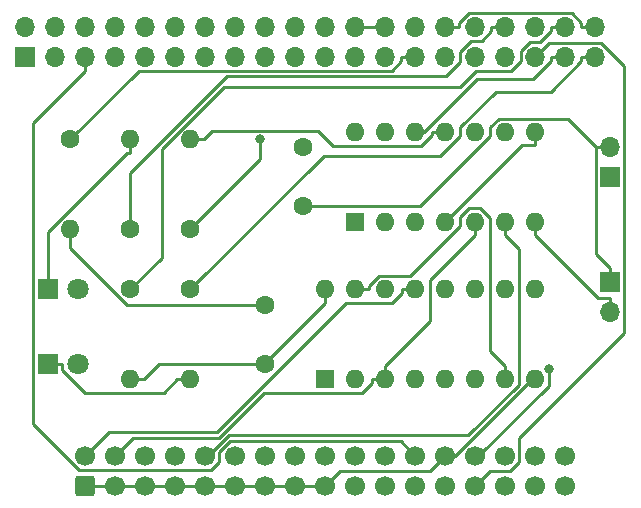
<source format=gbr>
G04 #@! TF.GenerationSoftware,KiCad,Pcbnew,(6.0.6)*
G04 #@! TF.CreationDate,2022-08-31T17:59:28+02:00*
G04 #@! TF.ProjectId,PC128S_IDE,50433132-3853-45f4-9944-452e6b696361,rev?*
G04 #@! TF.SameCoordinates,Original*
G04 #@! TF.FileFunction,Copper,L1,Top*
G04 #@! TF.FilePolarity,Positive*
%FSLAX46Y46*%
G04 Gerber Fmt 4.6, Leading zero omitted, Abs format (unit mm)*
G04 Created by KiCad (PCBNEW (6.0.6)) date 2022-08-31 17:59:28*
%MOMM*%
%LPD*%
G01*
G04 APERTURE LIST*
G04 Aperture macros list*
%AMRoundRect*
0 Rectangle with rounded corners*
0 $1 Rounding radius*
0 $2 $3 $4 $5 $6 $7 $8 $9 X,Y pos of 4 corners*
0 Add a 4 corners polygon primitive as box body*
4,1,4,$2,$3,$4,$5,$6,$7,$8,$9,$2,$3,0*
0 Add four circle primitives for the rounded corners*
1,1,$1+$1,$2,$3*
1,1,$1+$1,$4,$5*
1,1,$1+$1,$6,$7*
1,1,$1+$1,$8,$9*
0 Add four rect primitives between the rounded corners*
20,1,$1+$1,$2,$3,$4,$5,0*
20,1,$1+$1,$4,$5,$6,$7,0*
20,1,$1+$1,$6,$7,$8,$9,0*
20,1,$1+$1,$8,$9,$2,$3,0*%
G04 Aperture macros list end*
G04 #@! TA.AperFunction,ComponentPad*
%ADD10RoundRect,0.250000X0.600000X-0.600000X0.600000X0.600000X-0.600000X0.600000X-0.600000X-0.600000X0*%
G04 #@! TD*
G04 #@! TA.AperFunction,ComponentPad*
%ADD11C,1.700000*%
G04 #@! TD*
G04 #@! TA.AperFunction,ComponentPad*
%ADD12R,1.800000X1.800000*%
G04 #@! TD*
G04 #@! TA.AperFunction,ComponentPad*
%ADD13C,1.800000*%
G04 #@! TD*
G04 #@! TA.AperFunction,ComponentPad*
%ADD14R,1.700000X1.700000*%
G04 #@! TD*
G04 #@! TA.AperFunction,ComponentPad*
%ADD15O,1.700000X1.700000*%
G04 #@! TD*
G04 #@! TA.AperFunction,ComponentPad*
%ADD16C,1.600000*%
G04 #@! TD*
G04 #@! TA.AperFunction,ComponentPad*
%ADD17O,1.600000X1.600000*%
G04 #@! TD*
G04 #@! TA.AperFunction,ComponentPad*
%ADD18R,1.600000X1.600000*%
G04 #@! TD*
G04 #@! TA.AperFunction,ViaPad*
%ADD19C,0.800000*%
G04 #@! TD*
G04 #@! TA.AperFunction,Conductor*
%ADD20C,0.250000*%
G04 #@! TD*
G04 APERTURE END LIST*
D10*
X169545000Y-118227500D03*
D11*
X169545000Y-115687500D03*
X172085000Y-118227500D03*
X172085000Y-115687500D03*
X174625000Y-118227500D03*
X174625000Y-115687500D03*
X177165000Y-118227500D03*
X177165000Y-115687500D03*
X179705000Y-118227500D03*
X179705000Y-115687500D03*
X182245000Y-118227500D03*
X182245000Y-115687500D03*
X184785000Y-118227500D03*
X184785000Y-115687500D03*
X187325000Y-118227500D03*
X187325000Y-115687500D03*
X189865000Y-118227500D03*
X189865000Y-115687500D03*
X192405000Y-118227500D03*
X192405000Y-115687500D03*
X194945000Y-118227500D03*
X194945000Y-115687500D03*
X197485000Y-118227500D03*
X197485000Y-115687500D03*
X200025000Y-118227500D03*
X200025000Y-115687500D03*
X202565000Y-118227500D03*
X202565000Y-115687500D03*
X205105000Y-118227500D03*
X205105000Y-115687500D03*
X207645000Y-118227500D03*
X207645000Y-115687500D03*
X210185000Y-118227500D03*
X210185000Y-115687500D03*
D12*
X166370000Y-101600000D03*
D13*
X168910000Y-101600000D03*
D12*
X166365000Y-107950000D03*
D13*
X168905000Y-107950000D03*
D14*
X213995000Y-100965000D03*
D15*
X213995000Y-103505000D03*
D16*
X173355000Y-96520000D03*
D17*
X173355000Y-88900000D03*
D14*
X213970000Y-92055000D03*
D15*
X213970000Y-89515000D03*
D18*
X192400000Y-95875000D03*
D17*
X194940000Y-95875000D03*
X197480000Y-95875000D03*
X200020000Y-95875000D03*
X202560000Y-95875000D03*
X205100000Y-95875000D03*
X207640000Y-95875000D03*
X207640000Y-88255000D03*
X205100000Y-88255000D03*
X202560000Y-88255000D03*
X200020000Y-88255000D03*
X197480000Y-88255000D03*
X194940000Y-88255000D03*
X192400000Y-88255000D03*
D16*
X187960000Y-94575000D03*
X187960000Y-89575000D03*
X168275000Y-88900000D03*
D17*
X168275000Y-96520000D03*
D18*
X189880000Y-109210000D03*
D17*
X192420000Y-109210000D03*
X194960000Y-109210000D03*
X197500000Y-109210000D03*
X200040000Y-109210000D03*
X202580000Y-109210000D03*
X205120000Y-109210000D03*
X207660000Y-109210000D03*
X207660000Y-101590000D03*
X205120000Y-101590000D03*
X202580000Y-101590000D03*
X200040000Y-101590000D03*
X197500000Y-101590000D03*
X194960000Y-101590000D03*
X192420000Y-101590000D03*
X189880000Y-101590000D03*
D16*
X184785000Y-107910000D03*
X184785000Y-102910000D03*
D14*
X164470000Y-81920000D03*
D15*
X164470000Y-79380000D03*
X167010000Y-81920000D03*
X167010000Y-79380000D03*
X169550000Y-81920000D03*
X169550000Y-79380000D03*
X172090000Y-81920000D03*
X172090000Y-79380000D03*
X174630000Y-81920000D03*
X174630000Y-79380000D03*
X177170000Y-81920000D03*
X177170000Y-79380000D03*
X179710000Y-81920000D03*
X179710000Y-79380000D03*
X182250000Y-81920000D03*
X182250000Y-79380000D03*
X184790000Y-81920000D03*
X184790000Y-79380000D03*
X187330000Y-81920000D03*
X187330000Y-79380000D03*
X189870000Y-81920000D03*
X189870000Y-79380000D03*
X192410000Y-81920000D03*
X192410000Y-79380000D03*
X194950000Y-81920000D03*
X194950000Y-79380000D03*
X197490000Y-81920000D03*
X197490000Y-79380000D03*
X200030000Y-81920000D03*
X200030000Y-79380000D03*
X202570000Y-81920000D03*
X202570000Y-79380000D03*
X205110000Y-81920000D03*
X205110000Y-79380000D03*
X207650000Y-81920000D03*
X207650000Y-79380000D03*
X210190000Y-81920000D03*
X210190000Y-79380000D03*
X212730000Y-81920000D03*
X212730000Y-79380000D03*
D16*
X173355000Y-101600000D03*
D17*
X173355000Y-109220000D03*
D16*
X178435000Y-96520000D03*
D17*
X178435000Y-88900000D03*
D16*
X178435000Y-101600000D03*
D17*
X178435000Y-109220000D03*
D19*
X184358100Y-88898100D03*
X208793000Y-108338700D03*
D20*
X203850000Y-106814900D02*
X205120000Y-108084900D01*
X203850000Y-95554100D02*
X203850000Y-106814900D01*
X203009000Y-94713100D02*
X203850000Y-95554100D01*
X202058900Y-94713100D02*
X203009000Y-94713100D01*
X201290000Y-95482000D02*
X202058900Y-94713100D01*
X201290000Y-96202400D02*
X201290000Y-95482000D01*
X197027500Y-100464900D02*
X201290000Y-96202400D01*
X194388800Y-100464900D02*
X197027500Y-100464900D01*
X193545100Y-101308600D02*
X194388800Y-100464900D01*
X193545100Y-101590000D02*
X193545100Y-101308600D01*
X192420000Y-101590000D02*
X193545100Y-101590000D01*
X205120000Y-109210000D02*
X205120000Y-108084900D01*
X206514900Y-89380100D02*
X200020000Y-95875000D01*
X207640000Y-89380100D02*
X206514900Y-89380100D01*
X207640000Y-88255000D02*
X207640000Y-89380100D01*
X178435000Y-88900000D02*
X179560100Y-88900000D01*
X200020000Y-88255000D02*
X198894900Y-88255000D01*
X180287100Y-88173000D02*
X179560100Y-88900000D01*
X189230500Y-88173000D02*
X180287100Y-88173000D01*
X190487000Y-89429500D02*
X189230500Y-88173000D01*
X197953500Y-89429500D02*
X190487000Y-89429500D01*
X198894900Y-88488100D02*
X197953500Y-89429500D01*
X198894900Y-88255000D02*
X198894900Y-88488100D01*
X212730000Y-81920000D02*
X211554900Y-81920000D01*
X211554900Y-82285400D02*
X211554900Y-81920000D01*
X208989000Y-84851300D02*
X211554900Y-82285400D01*
X204320000Y-84851300D02*
X208989000Y-84851300D01*
X201290000Y-87881300D02*
X204320000Y-84851300D01*
X201290000Y-88632900D02*
X201290000Y-87881300D01*
X199621100Y-90301800D02*
X201290000Y-88632900D01*
X189733100Y-90301800D02*
X199621100Y-90301800D01*
X189733100Y-90301900D02*
X189733100Y-90301800D01*
X178435000Y-101600000D02*
X189733100Y-90301900D01*
X209014900Y-79693300D02*
X209014900Y-79380000D01*
X208058200Y-80650000D02*
X209014900Y-79693300D01*
X207219100Y-80650000D02*
X208058200Y-80650000D01*
X206474800Y-81394300D02*
X207219100Y-80650000D01*
X206474800Y-82219400D02*
X206474800Y-81394300D01*
X205599100Y-83095100D02*
X206474800Y-82219400D01*
X202639900Y-83095100D02*
X205599100Y-83095100D01*
X201281900Y-84453100D02*
X202639900Y-83095100D01*
X181280400Y-84453100D02*
X201281900Y-84453100D01*
X176004400Y-89729100D02*
X181280400Y-84453100D01*
X176004400Y-98950600D02*
X176004400Y-89729100D01*
X173355000Y-101600000D02*
X176004400Y-98950600D01*
X210190000Y-79380000D02*
X209014900Y-79380000D01*
X173355000Y-91741800D02*
X173355000Y-96520000D01*
X181551500Y-83545300D02*
X173355000Y-91741800D01*
X200098100Y-83545300D02*
X181551500Y-83545300D01*
X201300000Y-82343400D02*
X200098100Y-83545300D01*
X201300000Y-81489100D02*
X201300000Y-82343400D01*
X202234000Y-80555100D02*
X201300000Y-81489100D01*
X203127100Y-80555100D02*
X202234000Y-80555100D01*
X203934900Y-79747300D02*
X203127100Y-80555100D01*
X203934900Y-79380000D02*
X203934900Y-79747300D01*
X205110000Y-79380000D02*
X203934900Y-79380000D01*
X174079900Y-83095100D02*
X168275000Y-88900000D01*
X195507100Y-83095100D02*
X174079900Y-83095100D01*
X196314900Y-82287300D02*
X195507100Y-83095100D01*
X196314900Y-81920000D02*
X196314900Y-82287300D01*
X197490000Y-81920000D02*
X196314900Y-81920000D01*
X184358100Y-90596900D02*
X184358100Y-88898100D01*
X178435000Y-96520000D02*
X184358100Y-90596900D01*
X198770000Y-100790100D02*
X202560000Y-97000100D01*
X198770000Y-104274900D02*
X198770000Y-100790100D01*
X194960000Y-108084900D02*
X198770000Y-104274900D01*
X202560000Y-95875000D02*
X202560000Y-97000100D01*
X194960000Y-108760000D02*
X194960000Y-108084900D01*
X194960000Y-108760000D02*
X194960000Y-109210000D01*
X173626100Y-114146400D02*
X172085000Y-115687500D01*
X180850800Y-114146400D02*
X173626100Y-114146400D01*
X184662100Y-110335100D02*
X180850800Y-114146400D01*
X192991200Y-110335100D02*
X184662100Y-110335100D01*
X193834900Y-109491400D02*
X192991200Y-110335100D01*
X193834900Y-109210000D02*
X193834900Y-109491400D01*
X194960000Y-109210000D02*
X193834900Y-109210000D01*
X166370000Y-96728800D02*
X166370000Y-101600000D01*
X173073700Y-90025100D02*
X166370000Y-96728800D01*
X173355000Y-90025100D02*
X173073700Y-90025100D01*
X173355000Y-88900000D02*
X173355000Y-90025100D01*
X167590100Y-108409400D02*
X167590100Y-107950000D01*
X169539600Y-110358900D02*
X167590100Y-108409400D01*
X176171000Y-110358900D02*
X169539600Y-110358900D01*
X177309900Y-109220000D02*
X176171000Y-110358900D01*
X178435000Y-109220000D02*
X177309900Y-109220000D01*
X166365000Y-107950000D02*
X167590100Y-107950000D01*
X179946400Y-115687500D02*
X179705000Y-115687500D01*
X181683600Y-113950300D02*
X179946400Y-115687500D01*
X201991500Y-113950300D02*
X181683600Y-113950300D01*
X206267300Y-109674500D02*
X201991500Y-113950300D01*
X206267300Y-98167400D02*
X206267300Y-109674500D01*
X205100000Y-97000100D02*
X206267300Y-98167400D01*
X205100000Y-95875000D02*
X205100000Y-97000100D01*
X198258200Y-88255000D02*
X197480000Y-88255000D01*
X202699300Y-83813900D02*
X198258200Y-88255000D01*
X207488200Y-83813900D02*
X202699300Y-83813900D01*
X209014900Y-82287200D02*
X207488200Y-83813900D01*
X209014900Y-81920000D02*
X209014900Y-82287200D01*
X210190000Y-81920000D02*
X209014900Y-81920000D01*
X171583500Y-113649000D02*
X169545000Y-115687500D01*
X180711500Y-113649000D02*
X171583500Y-113649000D01*
X191645400Y-102715100D02*
X180711500Y-113649000D01*
X195531200Y-102715100D02*
X191645400Y-102715100D01*
X196374900Y-101871400D02*
X195531200Y-102715100D01*
X196374900Y-101590000D02*
X196374900Y-101871400D01*
X197500000Y-101590000D02*
X196374900Y-101590000D01*
X196259900Y-114462400D02*
X197485000Y-115687500D01*
X181808200Y-114462400D02*
X196259900Y-114462400D01*
X180880200Y-115390400D02*
X181808200Y-114462400D01*
X180880200Y-116177200D02*
X180880200Y-115390400D01*
X180194700Y-116862700D02*
X180880200Y-116177200D01*
X169011100Y-116862700D02*
X180194700Y-116862700D01*
X165139800Y-112991400D02*
X169011100Y-116862700D01*
X165139800Y-87505300D02*
X165139800Y-112991400D01*
X169550000Y-83095100D02*
X165139800Y-87505300D01*
X169550000Y-81920000D02*
X169550000Y-83095100D01*
X202837500Y-115687500D02*
X202565000Y-115687500D01*
X208793000Y-109732000D02*
X202837500Y-115687500D01*
X208793000Y-108338700D02*
X208793000Y-109732000D01*
X203835000Y-116957500D02*
X202565000Y-118227500D01*
X205536000Y-116957500D02*
X203835000Y-116957500D01*
X206280200Y-116213300D02*
X205536000Y-116957500D01*
X206280200Y-114213700D02*
X206280200Y-116213300D01*
X215173400Y-105320500D02*
X206280200Y-114213700D01*
X215173400Y-82697100D02*
X215173400Y-105320500D01*
X213205700Y-80729400D02*
X215173400Y-82697100D01*
X208840600Y-80729400D02*
X213205700Y-80729400D01*
X207650000Y-81920000D02*
X208840600Y-80729400D01*
X189880000Y-101590000D02*
X189880000Y-102715100D01*
X184785000Y-107810100D02*
X189880000Y-102715100D01*
X184785000Y-107910000D02*
X184785000Y-107810100D01*
X213970000Y-89515000D02*
X212794900Y-89515000D01*
X213995000Y-100965000D02*
X213995000Y-99789900D01*
X212794900Y-98589800D02*
X213995000Y-99789900D01*
X212794900Y-89515000D02*
X212794900Y-98589800D01*
X210409700Y-87129800D02*
X212794900Y-89515000D01*
X204582000Y-87129800D02*
X210409700Y-87129800D01*
X203830000Y-87881800D02*
X204582000Y-87129800D01*
X203830000Y-88633900D02*
X203830000Y-87881800D01*
X197888900Y-94575000D02*
X203830000Y-88633900D01*
X187960000Y-94575000D02*
X197888900Y-94575000D01*
X175790100Y-107910000D02*
X184785000Y-107910000D01*
X174480100Y-109220000D02*
X175790100Y-107910000D01*
X173355000Y-109220000D02*
X174480100Y-109220000D01*
X194950000Y-79380000D02*
X192410000Y-79380000D01*
X200891000Y-115687500D02*
X200025000Y-115687500D01*
X207368500Y-109210000D02*
X200891000Y-115687500D01*
X207660000Y-109210000D02*
X207368500Y-109210000D01*
X191135000Y-116957500D02*
X189865000Y-118227500D01*
X198755000Y-116957500D02*
X191135000Y-116957500D01*
X200025000Y-115687500D02*
X198755000Y-116957500D01*
X189865000Y-118227500D02*
X187325000Y-118227500D01*
X187325000Y-118227500D02*
X184785000Y-118227500D01*
X184785000Y-118227500D02*
X182245000Y-118227500D01*
X182245000Y-118227500D02*
X179705000Y-118227500D01*
X179705000Y-118227500D02*
X177165000Y-118227500D01*
X177165000Y-118227500D02*
X174625000Y-118227500D01*
X174625000Y-118227500D02*
X172085000Y-118227500D01*
X172085000Y-118227500D02*
X169545000Y-118227500D01*
X212969800Y-102329900D02*
X207640000Y-97000100D01*
X213995000Y-102329900D02*
X212969800Y-102329900D01*
X213995000Y-103505000D02*
X213995000Y-102329900D01*
X207640000Y-95875000D02*
X207640000Y-97000100D01*
X168275000Y-98116200D02*
X168275000Y-96520000D01*
X173068800Y-102910000D02*
X168275000Y-98116200D01*
X184785000Y-102910000D02*
X173068800Y-102910000D01*
X201205100Y-79014700D02*
X201205100Y-79380000D01*
X202029900Y-78189900D02*
X201205100Y-79014700D01*
X210732000Y-78189900D02*
X202029900Y-78189900D01*
X211554900Y-79012800D02*
X210732000Y-78189900D01*
X211554900Y-79380000D02*
X211554900Y-79012800D01*
X212730000Y-79380000D02*
X211554900Y-79380000D01*
X200030000Y-79380000D02*
X201205100Y-79380000D01*
M02*

</source>
